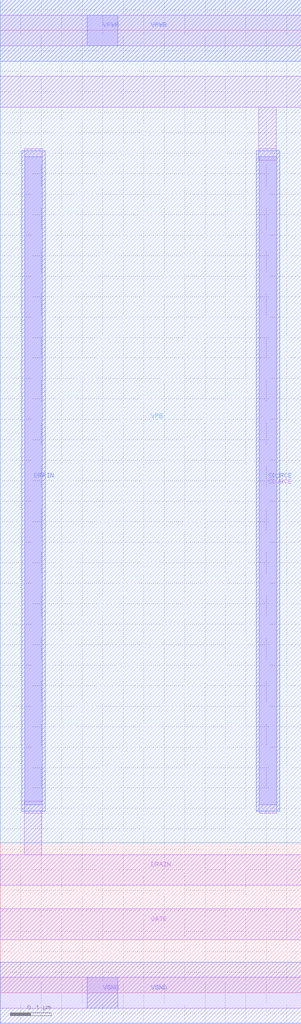
<source format=lef>
VERSION 5.7 ;
  NOWIREEXTENSIONATPIN ON ;
  DIVIDERCHAR "/" ;
  BUSBITCHARS "[]" ;
MACRO /home/users/lyt1314/ee372/aloe-sky130/skywater-130nm-analog-adk/sky130_asc_pfet_01v8_lvt_1
  CLASS CORE ;
  FOREIGN /home/users/lyt1314/ee372/aloe-sky130/skywater-130nm-analog-adk/sky130_asc_pfet_01v8_lvt_1 ;
  ORIGIN 0.000 0.000 ;
  SIZE 2.940 BY 9.400 ;
  SITE unitasc ;
  PIN GATE
    DIRECTION INOUT ;
    USE SIGNAL ;
    ANTENNAGATEAREA 12.900000 ;
    PORT
      LAYER li1 ;
        RECT 0.000 0.520 2.940 0.820 ;
    END
  END GATE
  PIN SOURCE
    DIRECTION INOUT ;
    USE SIGNAL ;
    ANTENNADIFFAREA 1.870500 ;
    PORT
      LAYER li1 ;
        RECT 0.000 8.650 2.940 8.950 ;
        RECT 2.525 8.245 2.695 8.650 ;
        RECT 2.525 8.130 2.700 8.245 ;
        RECT 2.530 1.755 2.700 8.130 ;
      LAYER mcon ;
        RECT 2.530 1.835 2.700 8.165 ;
      LAYER met1 ;
        RECT 2.500 1.775 2.730 8.225 ;
    END
  END SOURCE
  PIN DRAIN
    DIRECTION INOUT ;
    USE SIGNAL ;
    ANTENNADIFFAREA 1.870500 ;
    PORT
      LAYER li1 ;
        RECT 0.240 1.870 0.410 8.245 ;
        RECT 0.235 1.755 0.410 1.870 ;
        RECT 0.235 1.350 0.405 1.755 ;
        RECT 0.000 1.050 2.940 1.350 ;
      LAYER mcon ;
        RECT 0.240 1.835 0.410 8.165 ;
      LAYER met1 ;
        RECT 0.210 1.775 0.440 8.225 ;
    END
  END DRAIN
  PIN VPB
    DIRECTION INOUT ;
    USE POWER ;
    PORT
      LAYER nwell ;
        RECT 0.000 1.465 2.940 9.700 ;
    END
  END VPB
  PIN VPWR
    DIRECTION INOUT ;
    USE POWER ;
    PORT
      LAYER li1 ;
        RECT 0.000 9.250 2.940 9.550 ;
      LAYER mcon ;
        RECT 0.850 9.250 1.150 9.550 ;
      LAYER met1 ;
        RECT 0.000 9.100 2.940 9.700 ;
    END
  END VPWR
  PIN VGND
    DIRECTION INOUT ;
    USE GROUND ;
    PORT
      LAYER li1 ;
        RECT 0.000 -0.150 2.940 0.150 ;
      LAYER mcon ;
        RECT 0.850 -0.150 1.150 0.150 ;
      LAYER met1 ;
        RECT 0.000 -0.300 2.940 0.300 ;
    END
  END VGND
END /home/users/lyt1314/ee372/aloe-sky130/skywater-130nm-analog-adk/sky130_asc_pfet_01v8_lvt_1
END LIBRARY


</source>
